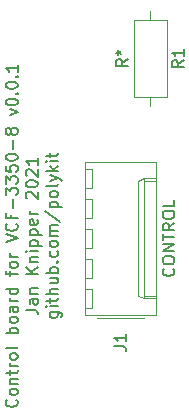
<source format=gbr>
%TF.GenerationSoftware,KiCad,Pcbnew,5.1.10-88a1d61d58~90~ubuntu20.10.1*%
%TF.CreationDate,2021-07-31T21:38:24+02:00*%
%TF.ProjectId,control,636f6e74-726f-46c2-9e6b-696361645f70,rev?*%
%TF.SameCoordinates,Original*%
%TF.FileFunction,Legend,Top*%
%TF.FilePolarity,Positive*%
%FSLAX46Y46*%
G04 Gerber Fmt 4.6, Leading zero omitted, Abs format (unit mm)*
G04 Created by KiCad (PCBNEW 5.1.10-88a1d61d58~90~ubuntu20.10.1) date 2021-07-31 21:38:24*
%MOMM*%
%LPD*%
G01*
G04 APERTURE LIST*
%ADD10C,0.200000*%
%ADD11C,0.120000*%
%ADD12C,0.150000*%
G04 APERTURE END LIST*
D10*
X77657142Y-107857142D02*
X77704761Y-107904761D01*
X77752380Y-108047619D01*
X77752380Y-108142857D01*
X77704761Y-108285714D01*
X77609523Y-108380952D01*
X77514285Y-108428571D01*
X77323809Y-108476190D01*
X77180952Y-108476190D01*
X76990476Y-108428571D01*
X76895238Y-108380952D01*
X76800000Y-108285714D01*
X76752380Y-108142857D01*
X76752380Y-108047619D01*
X76800000Y-107904761D01*
X76847619Y-107857142D01*
X77752380Y-107285714D02*
X77704761Y-107380952D01*
X77657142Y-107428571D01*
X77561904Y-107476190D01*
X77276190Y-107476190D01*
X77180952Y-107428571D01*
X77133333Y-107380952D01*
X77085714Y-107285714D01*
X77085714Y-107142857D01*
X77133333Y-107047619D01*
X77180952Y-107000000D01*
X77276190Y-106952380D01*
X77561904Y-106952380D01*
X77657142Y-107000000D01*
X77704761Y-107047619D01*
X77752380Y-107142857D01*
X77752380Y-107285714D01*
X77085714Y-106523809D02*
X77752380Y-106523809D01*
X77180952Y-106523809D02*
X77133333Y-106476190D01*
X77085714Y-106380952D01*
X77085714Y-106238095D01*
X77133333Y-106142857D01*
X77228571Y-106095238D01*
X77752380Y-106095238D01*
X77085714Y-105761904D02*
X77085714Y-105380952D01*
X76752380Y-105619047D02*
X77609523Y-105619047D01*
X77704761Y-105571428D01*
X77752380Y-105476190D01*
X77752380Y-105380952D01*
X77752380Y-105047619D02*
X77085714Y-105047619D01*
X77276190Y-105047619D02*
X77180952Y-105000000D01*
X77133333Y-104952380D01*
X77085714Y-104857142D01*
X77085714Y-104761904D01*
X77752380Y-104285714D02*
X77704761Y-104380952D01*
X77657142Y-104428571D01*
X77561904Y-104476190D01*
X77276190Y-104476190D01*
X77180952Y-104428571D01*
X77133333Y-104380952D01*
X77085714Y-104285714D01*
X77085714Y-104142857D01*
X77133333Y-104047619D01*
X77180952Y-104000000D01*
X77276190Y-103952380D01*
X77561904Y-103952380D01*
X77657142Y-104000000D01*
X77704761Y-104047619D01*
X77752380Y-104142857D01*
X77752380Y-104285714D01*
X77752380Y-103380952D02*
X77704761Y-103476190D01*
X77609523Y-103523809D01*
X76752380Y-103523809D01*
X77752380Y-102238095D02*
X76752380Y-102238095D01*
X77133333Y-102238095D02*
X77085714Y-102142857D01*
X77085714Y-101952380D01*
X77133333Y-101857142D01*
X77180952Y-101809523D01*
X77276190Y-101761904D01*
X77561904Y-101761904D01*
X77657142Y-101809523D01*
X77704761Y-101857142D01*
X77752380Y-101952380D01*
X77752380Y-102142857D01*
X77704761Y-102238095D01*
X77752380Y-101190476D02*
X77704761Y-101285714D01*
X77657142Y-101333333D01*
X77561904Y-101380952D01*
X77276190Y-101380952D01*
X77180952Y-101333333D01*
X77133333Y-101285714D01*
X77085714Y-101190476D01*
X77085714Y-101047619D01*
X77133333Y-100952380D01*
X77180952Y-100904761D01*
X77276190Y-100857142D01*
X77561904Y-100857142D01*
X77657142Y-100904761D01*
X77704761Y-100952380D01*
X77752380Y-101047619D01*
X77752380Y-101190476D01*
X77752380Y-100000000D02*
X77228571Y-100000000D01*
X77133333Y-100047619D01*
X77085714Y-100142857D01*
X77085714Y-100333333D01*
X77133333Y-100428571D01*
X77704761Y-100000000D02*
X77752380Y-100095238D01*
X77752380Y-100333333D01*
X77704761Y-100428571D01*
X77609523Y-100476190D01*
X77514285Y-100476190D01*
X77419047Y-100428571D01*
X77371428Y-100333333D01*
X77371428Y-100095238D01*
X77323809Y-100000000D01*
X77752380Y-99523809D02*
X77085714Y-99523809D01*
X77276190Y-99523809D02*
X77180952Y-99476190D01*
X77133333Y-99428571D01*
X77085714Y-99333333D01*
X77085714Y-99238095D01*
X77752380Y-98476190D02*
X76752380Y-98476190D01*
X77704761Y-98476190D02*
X77752380Y-98571428D01*
X77752380Y-98761904D01*
X77704761Y-98857142D01*
X77657142Y-98904761D01*
X77561904Y-98952380D01*
X77276190Y-98952380D01*
X77180952Y-98904761D01*
X77133333Y-98857142D01*
X77085714Y-98761904D01*
X77085714Y-98571428D01*
X77133333Y-98476190D01*
X77085714Y-97380952D02*
X77085714Y-97000000D01*
X77752380Y-97238095D02*
X76895238Y-97238095D01*
X76800000Y-97190476D01*
X76752380Y-97095238D01*
X76752380Y-97000000D01*
X77752380Y-96523809D02*
X77704761Y-96619047D01*
X77657142Y-96666666D01*
X77561904Y-96714285D01*
X77276190Y-96714285D01*
X77180952Y-96666666D01*
X77133333Y-96619047D01*
X77085714Y-96523809D01*
X77085714Y-96380952D01*
X77133333Y-96285714D01*
X77180952Y-96238095D01*
X77276190Y-96190476D01*
X77561904Y-96190476D01*
X77657142Y-96238095D01*
X77704761Y-96285714D01*
X77752380Y-96380952D01*
X77752380Y-96523809D01*
X77752380Y-95761904D02*
X77085714Y-95761904D01*
X77276190Y-95761904D02*
X77180952Y-95714285D01*
X77133333Y-95666666D01*
X77085714Y-95571428D01*
X77085714Y-95476190D01*
X76752380Y-94523809D02*
X77752380Y-94190476D01*
X76752380Y-93857142D01*
X77657142Y-92952380D02*
X77704761Y-93000000D01*
X77752380Y-93142857D01*
X77752380Y-93238095D01*
X77704761Y-93380952D01*
X77609523Y-93476190D01*
X77514285Y-93523809D01*
X77323809Y-93571428D01*
X77180952Y-93571428D01*
X76990476Y-93523809D01*
X76895238Y-93476190D01*
X76800000Y-93380952D01*
X76752380Y-93238095D01*
X76752380Y-93142857D01*
X76800000Y-93000000D01*
X76847619Y-92952380D01*
X77228571Y-92190476D02*
X77228571Y-92523809D01*
X77752380Y-92523809D02*
X76752380Y-92523809D01*
X76752380Y-92047619D01*
X77371428Y-91666666D02*
X77371428Y-90904761D01*
X76752380Y-90523809D02*
X76752380Y-89904761D01*
X77133333Y-90238095D01*
X77133333Y-90095238D01*
X77180952Y-90000000D01*
X77228571Y-89952380D01*
X77323809Y-89904761D01*
X77561904Y-89904761D01*
X77657142Y-89952380D01*
X77704761Y-90000000D01*
X77752380Y-90095238D01*
X77752380Y-90380952D01*
X77704761Y-90476190D01*
X77657142Y-90523809D01*
X76752380Y-89571428D02*
X76752380Y-88952380D01*
X77133333Y-89285714D01*
X77133333Y-89142857D01*
X77180952Y-89047619D01*
X77228571Y-89000000D01*
X77323809Y-88952380D01*
X77561904Y-88952380D01*
X77657142Y-89000000D01*
X77704761Y-89047619D01*
X77752380Y-89142857D01*
X77752380Y-89428571D01*
X77704761Y-89523809D01*
X77657142Y-89571428D01*
X76752380Y-88047619D02*
X76752380Y-88523809D01*
X77228571Y-88571428D01*
X77180952Y-88523809D01*
X77133333Y-88428571D01*
X77133333Y-88190476D01*
X77180952Y-88095238D01*
X77228571Y-88047619D01*
X77323809Y-88000000D01*
X77561904Y-88000000D01*
X77657142Y-88047619D01*
X77704761Y-88095238D01*
X77752380Y-88190476D01*
X77752380Y-88428571D01*
X77704761Y-88523809D01*
X77657142Y-88571428D01*
X76752380Y-87380952D02*
X76752380Y-87285714D01*
X76800000Y-87190476D01*
X76847619Y-87142857D01*
X76942857Y-87095238D01*
X77133333Y-87047619D01*
X77371428Y-87047619D01*
X77561904Y-87095238D01*
X77657142Y-87142857D01*
X77704761Y-87190476D01*
X77752380Y-87285714D01*
X77752380Y-87380952D01*
X77704761Y-87476190D01*
X77657142Y-87523809D01*
X77561904Y-87571428D01*
X77371428Y-87619047D01*
X77133333Y-87619047D01*
X76942857Y-87571428D01*
X76847619Y-87523809D01*
X76800000Y-87476190D01*
X76752380Y-87380952D01*
X77371428Y-86619047D02*
X77371428Y-85857142D01*
X77180952Y-85238095D02*
X77133333Y-85333333D01*
X77085714Y-85380952D01*
X76990476Y-85428571D01*
X76942857Y-85428571D01*
X76847619Y-85380952D01*
X76800000Y-85333333D01*
X76752380Y-85238095D01*
X76752380Y-85047619D01*
X76800000Y-84952380D01*
X76847619Y-84904761D01*
X76942857Y-84857142D01*
X76990476Y-84857142D01*
X77085714Y-84904761D01*
X77133333Y-84952380D01*
X77180952Y-85047619D01*
X77180952Y-85238095D01*
X77228571Y-85333333D01*
X77276190Y-85380952D01*
X77371428Y-85428571D01*
X77561904Y-85428571D01*
X77657142Y-85380952D01*
X77704761Y-85333333D01*
X77752380Y-85238095D01*
X77752380Y-85047619D01*
X77704761Y-84952380D01*
X77657142Y-84904761D01*
X77561904Y-84857142D01*
X77371428Y-84857142D01*
X77276190Y-84904761D01*
X77228571Y-84952380D01*
X77180952Y-85047619D01*
X77085714Y-83761904D02*
X77752380Y-83523809D01*
X77085714Y-83285714D01*
X76752380Y-82714285D02*
X76752380Y-82619047D01*
X76800000Y-82523809D01*
X76847619Y-82476190D01*
X76942857Y-82428571D01*
X77133333Y-82380952D01*
X77371428Y-82380952D01*
X77561904Y-82428571D01*
X77657142Y-82476190D01*
X77704761Y-82523809D01*
X77752380Y-82619047D01*
X77752380Y-82714285D01*
X77704761Y-82809523D01*
X77657142Y-82857142D01*
X77561904Y-82904761D01*
X77371428Y-82952380D01*
X77133333Y-82952380D01*
X76942857Y-82904761D01*
X76847619Y-82857142D01*
X76800000Y-82809523D01*
X76752380Y-82714285D01*
X77657142Y-81952380D02*
X77704761Y-81904761D01*
X77752380Y-81952380D01*
X77704761Y-82000000D01*
X77657142Y-81952380D01*
X77752380Y-81952380D01*
X76752380Y-81285714D02*
X76752380Y-81190476D01*
X76800000Y-81095238D01*
X76847619Y-81047619D01*
X76942857Y-81000000D01*
X77133333Y-80952380D01*
X77371428Y-80952380D01*
X77561904Y-81000000D01*
X77657142Y-81047619D01*
X77704761Y-81095238D01*
X77752380Y-81190476D01*
X77752380Y-81285714D01*
X77704761Y-81380952D01*
X77657142Y-81428571D01*
X77561904Y-81476190D01*
X77371428Y-81523809D01*
X77133333Y-81523809D01*
X76942857Y-81476190D01*
X76847619Y-81428571D01*
X76800000Y-81380952D01*
X76752380Y-81285714D01*
X77657142Y-80523809D02*
X77704761Y-80476190D01*
X77752380Y-80523809D01*
X77704761Y-80571428D01*
X77657142Y-80523809D01*
X77752380Y-80523809D01*
X77752380Y-79523809D02*
X77752380Y-80095238D01*
X77752380Y-79809523D02*
X76752380Y-79809523D01*
X76895238Y-79904761D01*
X76990476Y-80000000D01*
X77038095Y-80095238D01*
X78452380Y-100261904D02*
X79166666Y-100261904D01*
X79309523Y-100309523D01*
X79404761Y-100404761D01*
X79452380Y-100547619D01*
X79452380Y-100642857D01*
X79452380Y-99357142D02*
X78928571Y-99357142D01*
X78833333Y-99404761D01*
X78785714Y-99500000D01*
X78785714Y-99690476D01*
X78833333Y-99785714D01*
X79404761Y-99357142D02*
X79452380Y-99452380D01*
X79452380Y-99690476D01*
X79404761Y-99785714D01*
X79309523Y-99833333D01*
X79214285Y-99833333D01*
X79119047Y-99785714D01*
X79071428Y-99690476D01*
X79071428Y-99452380D01*
X79023809Y-99357142D01*
X78785714Y-98880952D02*
X79452380Y-98880952D01*
X78880952Y-98880952D02*
X78833333Y-98833333D01*
X78785714Y-98738095D01*
X78785714Y-98595238D01*
X78833333Y-98500000D01*
X78928571Y-98452380D01*
X79452380Y-98452380D01*
X79452380Y-97214285D02*
X78452380Y-97214285D01*
X79452380Y-96642857D02*
X78880952Y-97071428D01*
X78452380Y-96642857D02*
X79023809Y-97214285D01*
X78785714Y-96214285D02*
X79452380Y-96214285D01*
X78880952Y-96214285D02*
X78833333Y-96166666D01*
X78785714Y-96071428D01*
X78785714Y-95928571D01*
X78833333Y-95833333D01*
X78928571Y-95785714D01*
X79452380Y-95785714D01*
X79452380Y-95309523D02*
X78785714Y-95309523D01*
X78452380Y-95309523D02*
X78500000Y-95357142D01*
X78547619Y-95309523D01*
X78500000Y-95261904D01*
X78452380Y-95309523D01*
X78547619Y-95309523D01*
X78785714Y-94833333D02*
X79785714Y-94833333D01*
X78833333Y-94833333D02*
X78785714Y-94738095D01*
X78785714Y-94547619D01*
X78833333Y-94452380D01*
X78880952Y-94404761D01*
X78976190Y-94357142D01*
X79261904Y-94357142D01*
X79357142Y-94404761D01*
X79404761Y-94452380D01*
X79452380Y-94547619D01*
X79452380Y-94738095D01*
X79404761Y-94833333D01*
X78785714Y-93928571D02*
X79785714Y-93928571D01*
X78833333Y-93928571D02*
X78785714Y-93833333D01*
X78785714Y-93642857D01*
X78833333Y-93547619D01*
X78880952Y-93500000D01*
X78976190Y-93452380D01*
X79261904Y-93452380D01*
X79357142Y-93500000D01*
X79404761Y-93547619D01*
X79452380Y-93642857D01*
X79452380Y-93833333D01*
X79404761Y-93928571D01*
X79404761Y-92642857D02*
X79452380Y-92738095D01*
X79452380Y-92928571D01*
X79404761Y-93023809D01*
X79309523Y-93071428D01*
X78928571Y-93071428D01*
X78833333Y-93023809D01*
X78785714Y-92928571D01*
X78785714Y-92738095D01*
X78833333Y-92642857D01*
X78928571Y-92595238D01*
X79023809Y-92595238D01*
X79119047Y-93071428D01*
X79452380Y-92166666D02*
X78785714Y-92166666D01*
X78976190Y-92166666D02*
X78880952Y-92119047D01*
X78833333Y-92071428D01*
X78785714Y-91976190D01*
X78785714Y-91880952D01*
X78547619Y-90833333D02*
X78500000Y-90785714D01*
X78452380Y-90690476D01*
X78452380Y-90452380D01*
X78500000Y-90357142D01*
X78547619Y-90309523D01*
X78642857Y-90261904D01*
X78738095Y-90261904D01*
X78880952Y-90309523D01*
X79452380Y-90880952D01*
X79452380Y-90261904D01*
X78452380Y-89642857D02*
X78452380Y-89547619D01*
X78500000Y-89452380D01*
X78547619Y-89404761D01*
X78642857Y-89357142D01*
X78833333Y-89309523D01*
X79071428Y-89309523D01*
X79261904Y-89357142D01*
X79357142Y-89404761D01*
X79404761Y-89452380D01*
X79452380Y-89547619D01*
X79452380Y-89642857D01*
X79404761Y-89738095D01*
X79357142Y-89785714D01*
X79261904Y-89833333D01*
X79071428Y-89880952D01*
X78833333Y-89880952D01*
X78642857Y-89833333D01*
X78547619Y-89785714D01*
X78500000Y-89738095D01*
X78452380Y-89642857D01*
X78547619Y-88928571D02*
X78500000Y-88880952D01*
X78452380Y-88785714D01*
X78452380Y-88547619D01*
X78500000Y-88452380D01*
X78547619Y-88404761D01*
X78642857Y-88357142D01*
X78738095Y-88357142D01*
X78880952Y-88404761D01*
X79452380Y-88976190D01*
X79452380Y-88357142D01*
X79452380Y-87404761D02*
X79452380Y-87976190D01*
X79452380Y-87690476D02*
X78452380Y-87690476D01*
X78595238Y-87785714D01*
X78690476Y-87880952D01*
X78738095Y-87976190D01*
X80485714Y-100452380D02*
X81295238Y-100452380D01*
X81390476Y-100500000D01*
X81438095Y-100547619D01*
X81485714Y-100642857D01*
X81485714Y-100785714D01*
X81438095Y-100880952D01*
X81104761Y-100452380D02*
X81152380Y-100547619D01*
X81152380Y-100738095D01*
X81104761Y-100833333D01*
X81057142Y-100880952D01*
X80961904Y-100928571D01*
X80676190Y-100928571D01*
X80580952Y-100880952D01*
X80533333Y-100833333D01*
X80485714Y-100738095D01*
X80485714Y-100547619D01*
X80533333Y-100452380D01*
X81152380Y-99976190D02*
X80485714Y-99976190D01*
X80152380Y-99976190D02*
X80200000Y-100023809D01*
X80247619Y-99976190D01*
X80200000Y-99928571D01*
X80152380Y-99976190D01*
X80247619Y-99976190D01*
X80485714Y-99642857D02*
X80485714Y-99261904D01*
X80152380Y-99500000D02*
X81009523Y-99500000D01*
X81104761Y-99452380D01*
X81152380Y-99357142D01*
X81152380Y-99261904D01*
X81152380Y-98928571D02*
X80152380Y-98928571D01*
X81152380Y-98500000D02*
X80628571Y-98500000D01*
X80533333Y-98547619D01*
X80485714Y-98642857D01*
X80485714Y-98785714D01*
X80533333Y-98880952D01*
X80580952Y-98928571D01*
X80485714Y-97595238D02*
X81152380Y-97595238D01*
X80485714Y-98023809D02*
X81009523Y-98023809D01*
X81104761Y-97976190D01*
X81152380Y-97880952D01*
X81152380Y-97738095D01*
X81104761Y-97642857D01*
X81057142Y-97595238D01*
X81152380Y-97119047D02*
X80152380Y-97119047D01*
X80533333Y-97119047D02*
X80485714Y-97023809D01*
X80485714Y-96833333D01*
X80533333Y-96738095D01*
X80580952Y-96690476D01*
X80676190Y-96642857D01*
X80961904Y-96642857D01*
X81057142Y-96690476D01*
X81104761Y-96738095D01*
X81152380Y-96833333D01*
X81152380Y-97023809D01*
X81104761Y-97119047D01*
X81057142Y-96214285D02*
X81104761Y-96166666D01*
X81152380Y-96214285D01*
X81104761Y-96261904D01*
X81057142Y-96214285D01*
X81152380Y-96214285D01*
X81104761Y-95309523D02*
X81152380Y-95404761D01*
X81152380Y-95595238D01*
X81104761Y-95690476D01*
X81057142Y-95738095D01*
X80961904Y-95785714D01*
X80676190Y-95785714D01*
X80580952Y-95738095D01*
X80533333Y-95690476D01*
X80485714Y-95595238D01*
X80485714Y-95404761D01*
X80533333Y-95309523D01*
X81152380Y-94738095D02*
X81104761Y-94833333D01*
X81057142Y-94880952D01*
X80961904Y-94928571D01*
X80676190Y-94928571D01*
X80580952Y-94880952D01*
X80533333Y-94833333D01*
X80485714Y-94738095D01*
X80485714Y-94595238D01*
X80533333Y-94500000D01*
X80580952Y-94452380D01*
X80676190Y-94404761D01*
X80961904Y-94404761D01*
X81057142Y-94452380D01*
X81104761Y-94500000D01*
X81152380Y-94595238D01*
X81152380Y-94738095D01*
X81152380Y-93976190D02*
X80485714Y-93976190D01*
X80580952Y-93976190D02*
X80533333Y-93928571D01*
X80485714Y-93833333D01*
X80485714Y-93690476D01*
X80533333Y-93595238D01*
X80628571Y-93547619D01*
X81152380Y-93547619D01*
X80628571Y-93547619D02*
X80533333Y-93500000D01*
X80485714Y-93404761D01*
X80485714Y-93261904D01*
X80533333Y-93166666D01*
X80628571Y-93119047D01*
X81152380Y-93119047D01*
X80104761Y-91928571D02*
X81390476Y-92785714D01*
X80485714Y-91595238D02*
X81485714Y-91595238D01*
X80533333Y-91595238D02*
X80485714Y-91500000D01*
X80485714Y-91309523D01*
X80533333Y-91214285D01*
X80580952Y-91166666D01*
X80676190Y-91119047D01*
X80961904Y-91119047D01*
X81057142Y-91166666D01*
X81104761Y-91214285D01*
X81152380Y-91309523D01*
X81152380Y-91500000D01*
X81104761Y-91595238D01*
X81152380Y-90547619D02*
X81104761Y-90642857D01*
X81057142Y-90690476D01*
X80961904Y-90738095D01*
X80676190Y-90738095D01*
X80580952Y-90690476D01*
X80533333Y-90642857D01*
X80485714Y-90547619D01*
X80485714Y-90404761D01*
X80533333Y-90309523D01*
X80580952Y-90261904D01*
X80676190Y-90214285D01*
X80961904Y-90214285D01*
X81057142Y-90261904D01*
X81104761Y-90309523D01*
X81152380Y-90404761D01*
X81152380Y-90547619D01*
X81152380Y-89642857D02*
X81104761Y-89738095D01*
X81009523Y-89785714D01*
X80152380Y-89785714D01*
X80485714Y-89357142D02*
X81152380Y-89119047D01*
X80485714Y-88880952D02*
X81152380Y-89119047D01*
X81390476Y-89214285D01*
X81438095Y-89261904D01*
X81485714Y-89357142D01*
X81152380Y-88500000D02*
X80152380Y-88500000D01*
X80771428Y-88404761D02*
X81152380Y-88119047D01*
X80485714Y-88119047D02*
X80866666Y-88500000D01*
X81152380Y-87690476D02*
X80485714Y-87690476D01*
X80152380Y-87690476D02*
X80200000Y-87738095D01*
X80247619Y-87690476D01*
X80200000Y-87642857D01*
X80152380Y-87690476D01*
X80247619Y-87690476D01*
X80485714Y-87357142D02*
X80485714Y-86976190D01*
X80152380Y-87214285D02*
X81009523Y-87214285D01*
X81104761Y-87166666D01*
X81152380Y-87071428D01*
X81152380Y-86976190D01*
D11*
%TO.C,R1*%
X90370000Y-75710000D02*
X87630000Y-75710000D01*
X87630000Y-75710000D02*
X87630000Y-82250000D01*
X87630000Y-82250000D02*
X90370000Y-82250000D01*
X90370000Y-82250000D02*
X90370000Y-75710000D01*
X89000000Y-74940000D02*
X89000000Y-75710000D01*
X89000000Y-83020000D02*
X89000000Y-82250000D01*
%TO.C,J1*%
X83470000Y-100680000D02*
X89490000Y-100680000D01*
X89490000Y-100680000D02*
X89490000Y-87760000D01*
X89490000Y-87760000D02*
X83470000Y-87760000D01*
X83470000Y-87760000D02*
X83470000Y-100680000D01*
X84500000Y-100970000D02*
X88500000Y-100970000D01*
X89490000Y-99300000D02*
X88490000Y-99300000D01*
X88490000Y-99300000D02*
X88490000Y-89140000D01*
X88490000Y-89140000D02*
X89490000Y-89140000D01*
X88490000Y-99300000D02*
X87960000Y-99050000D01*
X87960000Y-99050000D02*
X87960000Y-89390000D01*
X87960000Y-89390000D02*
X88490000Y-89140000D01*
X89490000Y-99050000D02*
X88490000Y-99050000D01*
X89490000Y-89390000D02*
X88490000Y-89390000D01*
X83470000Y-100100000D02*
X84070000Y-100100000D01*
X84070000Y-100100000D02*
X84070000Y-98500000D01*
X84070000Y-98500000D02*
X83470000Y-98500000D01*
X83470000Y-97560000D02*
X84070000Y-97560000D01*
X84070000Y-97560000D02*
X84070000Y-95960000D01*
X84070000Y-95960000D02*
X83470000Y-95960000D01*
X83470000Y-95020000D02*
X84070000Y-95020000D01*
X84070000Y-95020000D02*
X84070000Y-93420000D01*
X84070000Y-93420000D02*
X83470000Y-93420000D01*
X83470000Y-92480000D02*
X84070000Y-92480000D01*
X84070000Y-92480000D02*
X84070000Y-90880000D01*
X84070000Y-90880000D02*
X83470000Y-90880000D01*
X83470000Y-89940000D02*
X84070000Y-89940000D01*
X84070000Y-89940000D02*
X84070000Y-88340000D01*
X84070000Y-88340000D02*
X83470000Y-88340000D01*
%TO.C,R1*%
D12*
X91822380Y-79146666D02*
X91346190Y-79480000D01*
X91822380Y-79718095D02*
X90822380Y-79718095D01*
X90822380Y-79337142D01*
X90870000Y-79241904D01*
X90917619Y-79194285D01*
X91012857Y-79146666D01*
X91155714Y-79146666D01*
X91250952Y-79194285D01*
X91298571Y-79241904D01*
X91346190Y-79337142D01*
X91346190Y-79718095D01*
X91822380Y-78194285D02*
X91822380Y-78765714D01*
X91822380Y-78480000D02*
X90822380Y-78480000D01*
X90965238Y-78575238D01*
X91060476Y-78670476D01*
X91108095Y-78765714D01*
X87082380Y-79051428D02*
X86606190Y-79384761D01*
X87082380Y-79622857D02*
X86082380Y-79622857D01*
X86082380Y-79241904D01*
X86130000Y-79146666D01*
X86177619Y-79099047D01*
X86272857Y-79051428D01*
X86415714Y-79051428D01*
X86510952Y-79099047D01*
X86558571Y-79146666D01*
X86606190Y-79241904D01*
X86606190Y-79622857D01*
X86082380Y-78480000D02*
X86320476Y-78480000D01*
X86225238Y-78718095D02*
X86320476Y-78480000D01*
X86225238Y-78241904D01*
X86510952Y-78622857D02*
X86320476Y-78480000D01*
X86510952Y-78337142D01*
%TO.C,J1*%
X85952380Y-103333333D02*
X86666666Y-103333333D01*
X86809523Y-103380952D01*
X86904761Y-103476190D01*
X86952380Y-103619047D01*
X86952380Y-103714285D01*
X86952380Y-102333333D02*
X86952380Y-102904761D01*
X86952380Y-102619047D02*
X85952380Y-102619047D01*
X86095238Y-102714285D01*
X86190476Y-102809523D01*
X86238095Y-102904761D01*
X90937142Y-96767619D02*
X90984761Y-96815238D01*
X91032380Y-96958095D01*
X91032380Y-97053333D01*
X90984761Y-97196190D01*
X90889523Y-97291428D01*
X90794285Y-97339047D01*
X90603809Y-97386666D01*
X90460952Y-97386666D01*
X90270476Y-97339047D01*
X90175238Y-97291428D01*
X90080000Y-97196190D01*
X90032380Y-97053333D01*
X90032380Y-96958095D01*
X90080000Y-96815238D01*
X90127619Y-96767619D01*
X90032380Y-96148571D02*
X90032380Y-95958095D01*
X90080000Y-95862857D01*
X90175238Y-95767619D01*
X90365714Y-95720000D01*
X90699047Y-95720000D01*
X90889523Y-95767619D01*
X90984761Y-95862857D01*
X91032380Y-95958095D01*
X91032380Y-96148571D01*
X90984761Y-96243809D01*
X90889523Y-96339047D01*
X90699047Y-96386666D01*
X90365714Y-96386666D01*
X90175238Y-96339047D01*
X90080000Y-96243809D01*
X90032380Y-96148571D01*
X91032380Y-95291428D02*
X90032380Y-95291428D01*
X91032380Y-94720000D01*
X90032380Y-94720000D01*
X90032380Y-94386666D02*
X90032380Y-93815238D01*
X91032380Y-94100952D02*
X90032380Y-94100952D01*
X91032380Y-92910476D02*
X90556190Y-93243809D01*
X91032380Y-93481904D02*
X90032380Y-93481904D01*
X90032380Y-93100952D01*
X90080000Y-93005714D01*
X90127619Y-92958095D01*
X90222857Y-92910476D01*
X90365714Y-92910476D01*
X90460952Y-92958095D01*
X90508571Y-93005714D01*
X90556190Y-93100952D01*
X90556190Y-93481904D01*
X90032380Y-92291428D02*
X90032380Y-92100952D01*
X90080000Y-92005714D01*
X90175238Y-91910476D01*
X90365714Y-91862857D01*
X90699047Y-91862857D01*
X90889523Y-91910476D01*
X90984761Y-92005714D01*
X91032380Y-92100952D01*
X91032380Y-92291428D01*
X90984761Y-92386666D01*
X90889523Y-92481904D01*
X90699047Y-92529523D01*
X90365714Y-92529523D01*
X90175238Y-92481904D01*
X90080000Y-92386666D01*
X90032380Y-92291428D01*
X91032380Y-90958095D02*
X91032380Y-91434285D01*
X90032380Y-91434285D01*
%TD*%
M02*

</source>
